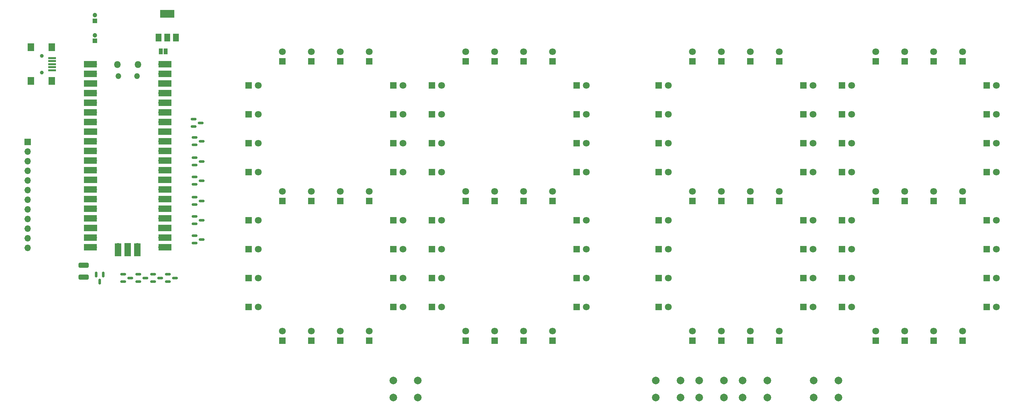
<source format=gbr>
%TF.GenerationSoftware,KiCad,Pcbnew,(6.0.9-0)*%
%TF.CreationDate,2023-10-19T19:17:49-04:00*%
%TF.ProjectId,clock,636c6f63-6b2e-46b6-9963-61645f706362,rev?*%
%TF.SameCoordinates,Original*%
%TF.FileFunction,Soldermask,Top*%
%TF.FilePolarity,Negative*%
%FSLAX46Y46*%
G04 Gerber Fmt 4.6, Leading zero omitted, Abs format (unit mm)*
G04 Created by KiCad (PCBNEW (6.0.9-0)) date 2023-10-19 19:17:49*
%MOMM*%
%LPD*%
G01*
G04 APERTURE LIST*
G04 Aperture macros list*
%AMRoundRect*
0 Rectangle with rounded corners*
0 $1 Rounding radius*
0 $2 $3 $4 $5 $6 $7 $8 $9 X,Y pos of 4 corners*
0 Add a 4 corners polygon primitive as box body*
4,1,4,$2,$3,$4,$5,$6,$7,$8,$9,$2,$3,0*
0 Add four circle primitives for the rounded corners*
1,1,$1+$1,$2,$3*
1,1,$1+$1,$4,$5*
1,1,$1+$1,$6,$7*
1,1,$1+$1,$8,$9*
0 Add four rect primitives between the rounded corners*
20,1,$1+$1,$2,$3,$4,$5,0*
20,1,$1+$1,$4,$5,$6,$7,0*
20,1,$1+$1,$6,$7,$8,$9,0*
20,1,$1+$1,$8,$9,$2,$3,0*%
G04 Aperture macros list end*
%ADD10C,2.000000*%
%ADD11R,1.800000X1.800000*%
%ADD12C,1.800000*%
%ADD13RoundRect,0.150000X-0.587500X-0.150000X0.587500X-0.150000X0.587500X0.150000X-0.587500X0.150000X0*%
%ADD14R,1.700000X1.700000*%
%ADD15O,1.700000X1.700000*%
%ADD16RoundRect,0.150000X-0.150000X0.587500X-0.150000X-0.587500X0.150000X-0.587500X0.150000X0.587500X0*%
%ADD17R,1.000000X1.500000*%
%ADD18RoundRect,0.250000X1.075000X-0.400000X1.075000X0.400000X-1.075000X0.400000X-1.075000X-0.400000X0*%
%ADD19C,1.200000*%
%ADD20R,1.200000X1.200000*%
%ADD21O,1.500000X1.500000*%
%ADD22O,1.800000X1.800000*%
%ADD23R,3.500000X1.700000*%
%ADD24R,1.700000X3.500000*%
%ADD25C,1.000000*%
%ADD26R,2.000000X0.500000*%
%ADD27R,1.700000X2.000000*%
%ADD28R,1.500000X2.000000*%
%ADD29R,3.800000X2.000000*%
G04 APERTURE END LIST*
D10*
%TO.C,SW1*%
X187198000Y-111324000D03*
X180698000Y-111324000D03*
X180698000Y-115824000D03*
X187198000Y-115824000D03*
%TD*%
%TO.C,SW5*%
X222250000Y-115824000D03*
X228750000Y-115824000D03*
X222250000Y-111324000D03*
X228750000Y-111324000D03*
%TD*%
D11*
%TO.C,D104*%
X121718000Y-33564000D03*
D12*
X124258000Y-33564000D03*
%TD*%
D11*
%TO.C,D72*%
X159818000Y-56424000D03*
D12*
X162358000Y-56424000D03*
%TD*%
D11*
%TO.C,D1*%
X190298000Y-27214000D03*
D12*
X190298000Y-24674000D03*
%TD*%
D11*
%TO.C,D91*%
X229668000Y-76744000D03*
D12*
X232208000Y-76744000D03*
%TD*%
D11*
%TO.C,D43*%
X181408000Y-41184000D03*
D12*
X183948000Y-41184000D03*
%TD*%
D11*
%TO.C,D36*%
X181408000Y-69124000D03*
D12*
X183948000Y-69124000D03*
%TD*%
D13*
%TO.C,Q11*%
X59260500Y-68138000D03*
X59260500Y-70038000D03*
X61135500Y-69088000D03*
%TD*%
D11*
%TO.C,D5*%
X219508000Y-33564000D03*
D12*
X222048000Y-33564000D03*
%TD*%
D11*
%TO.C,D48*%
X73458000Y-33564000D03*
D12*
X75998000Y-33564000D03*
%TD*%
D14*
%TO.C,J1*%
X15310000Y-48478000D03*
D15*
X15310000Y-51018000D03*
X15310000Y-53558000D03*
X15310000Y-56098000D03*
X15310000Y-58638000D03*
X15310000Y-61178000D03*
X15310000Y-63718000D03*
X15310000Y-66258000D03*
X15310000Y-68798000D03*
X15310000Y-71338000D03*
X15310000Y-73878000D03*
X15310000Y-76418000D03*
%TD*%
D11*
%TO.C,D22*%
X111558000Y-76744000D03*
D12*
X114098000Y-76744000D03*
%TD*%
D10*
%TO.C,SW4*%
X111558000Y-115824000D03*
X118058000Y-115824000D03*
X118058000Y-111324000D03*
X111558000Y-111324000D03*
%TD*%
D11*
%TO.C,D27*%
X197918000Y-100874000D03*
D12*
X197918000Y-98334000D03*
%TD*%
D11*
%TO.C,D53*%
X82348000Y-64044000D03*
D12*
X82348000Y-61504000D03*
%TD*%
D11*
%TO.C,D81*%
X261418000Y-100874000D03*
D12*
X261418000Y-98334000D03*
%TD*%
D11*
%TO.C,D52*%
X213158000Y-64044000D03*
D12*
X213158000Y-61504000D03*
%TD*%
D11*
%TO.C,D10*%
X89968000Y-27214000D03*
D12*
X89968000Y-24674000D03*
%TD*%
D11*
%TO.C,D21*%
X111558000Y-69124000D03*
D12*
X114098000Y-69124000D03*
%TD*%
D11*
%TO.C,D63*%
X145848000Y-27214000D03*
D12*
X145848000Y-24674000D03*
%TD*%
D11*
%TO.C,D59*%
X253798000Y-27214000D03*
D12*
X253798000Y-24674000D03*
%TD*%
D11*
%TO.C,D103*%
X121718000Y-41184000D03*
D12*
X124258000Y-41184000D03*
%TD*%
D11*
%TO.C,D51*%
X205538000Y-64044000D03*
D12*
X205538000Y-61504000D03*
%TD*%
D11*
%TO.C,D61*%
X130608000Y-27214000D03*
D12*
X130608000Y-24674000D03*
%TD*%
D11*
%TO.C,D45*%
X73458000Y-56424000D03*
D12*
X75998000Y-56424000D03*
%TD*%
D11*
%TO.C,D29*%
X105208000Y-100874000D03*
D12*
X105208000Y-98334000D03*
%TD*%
D11*
%TO.C,D90*%
X229668000Y-84364000D03*
D12*
X232208000Y-84364000D03*
%TD*%
D11*
%TO.C,D96*%
X121718000Y-69124000D03*
D12*
X124258000Y-69124000D03*
%TD*%
D11*
%TO.C,D40*%
X73458000Y-69124000D03*
D12*
X75998000Y-69124000D03*
%TD*%
D13*
%TO.C,Q4*%
X44450000Y-83378000D03*
X44450000Y-85278000D03*
X46325000Y-84328000D03*
%TD*%
D11*
%TO.C,D83*%
X246178000Y-100874000D03*
D12*
X246178000Y-98334000D03*
%TD*%
D11*
%TO.C,D19*%
X219508000Y-84364000D03*
D12*
X222048000Y-84364000D03*
%TD*%
D11*
%TO.C,D74*%
X267768000Y-76744000D03*
D12*
X270308000Y-76744000D03*
%TD*%
D11*
%TO.C,D26*%
X205538000Y-100874000D03*
D12*
X205538000Y-98334000D03*
%TD*%
D16*
%TO.C,Q1*%
X35240000Y-83390500D03*
X33340000Y-83390500D03*
X34290000Y-85265500D03*
%TD*%
D11*
%TO.C,D67*%
X267768000Y-48804000D03*
D12*
X270308000Y-48804000D03*
%TD*%
D13*
%TO.C,Q8*%
X59260500Y-52644000D03*
X59260500Y-54544000D03*
X61135500Y-53594000D03*
%TD*%
D11*
%TO.C,D70*%
X159818000Y-41184000D03*
D12*
X162358000Y-41184000D03*
%TD*%
D17*
%TO.C,JP1*%
X51632000Y-24602000D03*
X50332000Y-24602000D03*
%TD*%
D11*
%TO.C,D39*%
X73458000Y-76744000D03*
D12*
X75998000Y-76744000D03*
%TD*%
D13*
%TO.C,Q3*%
X48338500Y-83378000D03*
X48338500Y-85278000D03*
X50213500Y-84328000D03*
%TD*%
D11*
%TO.C,D56*%
X105208000Y-64044000D03*
D12*
X105208000Y-61504000D03*
%TD*%
D18*
%TO.C,R1*%
X30042000Y-84064000D03*
X30042000Y-80964000D03*
%TD*%
D11*
%TO.C,D68*%
X267768000Y-56424000D03*
D12*
X270308000Y-56424000D03*
%TD*%
D11*
%TO.C,D64*%
X153468000Y-27214000D03*
D12*
X153468000Y-24674000D03*
%TD*%
D11*
%TO.C,D109*%
X130608000Y-64044000D03*
D12*
X130608000Y-61504000D03*
%TD*%
D11*
%TO.C,D69*%
X159818000Y-33564000D03*
D12*
X162358000Y-33564000D03*
%TD*%
D11*
%TO.C,D73*%
X267768000Y-69124000D03*
D12*
X270308000Y-69124000D03*
%TD*%
D11*
%TO.C,D89*%
X229668000Y-91984000D03*
D12*
X232208000Y-91984000D03*
%TD*%
D19*
%TO.C,C2*%
X33020000Y-20320000D03*
D20*
X33020000Y-21820000D03*
%TD*%
D11*
%TO.C,D9*%
X82348000Y-27214000D03*
D12*
X82348000Y-24674000D03*
%TD*%
D10*
%TO.C,SW2*%
X198628000Y-115824000D03*
X192128000Y-115824000D03*
X192128000Y-111324000D03*
X198628000Y-111324000D03*
%TD*%
D11*
%TO.C,D4*%
X213158000Y-27214000D03*
D12*
X213158000Y-24674000D03*
%TD*%
D11*
%TO.C,D88*%
X130608000Y-100874000D03*
D12*
X130608000Y-98334000D03*
%TD*%
D11*
%TO.C,D28*%
X190298000Y-100874000D03*
D12*
X190298000Y-98334000D03*
%TD*%
D11*
%TO.C,D57*%
X238558000Y-27214000D03*
D12*
X238558000Y-24674000D03*
%TD*%
D21*
%TO.C,U1*%
X44081000Y-31100000D03*
D22*
X38931000Y-28070000D03*
D21*
X39231000Y-31100000D03*
D22*
X44381000Y-28070000D03*
D23*
X31866000Y-27940000D03*
D15*
X32766000Y-27940000D03*
D23*
X31866000Y-30480000D03*
D15*
X32766000Y-30480000D03*
D23*
X31866000Y-33020000D03*
D14*
X32766000Y-33020000D03*
D23*
X31866000Y-35560000D03*
D15*
X32766000Y-35560000D03*
D23*
X31866000Y-38100000D03*
D15*
X32766000Y-38100000D03*
X32766000Y-40640000D03*
D23*
X31866000Y-40640000D03*
D15*
X32766000Y-43180000D03*
D23*
X31866000Y-43180000D03*
X31866000Y-45720000D03*
D14*
X32766000Y-45720000D03*
D23*
X31866000Y-48260000D03*
D15*
X32766000Y-48260000D03*
D23*
X31866000Y-50800000D03*
D15*
X32766000Y-50800000D03*
X32766000Y-53340000D03*
D23*
X31866000Y-53340000D03*
X31866000Y-55880000D03*
D15*
X32766000Y-55880000D03*
D14*
X32766000Y-58420000D03*
D23*
X31866000Y-58420000D03*
D15*
X32766000Y-60960000D03*
D23*
X31866000Y-60960000D03*
X31866000Y-63500000D03*
D15*
X32766000Y-63500000D03*
D23*
X31866000Y-66040000D03*
D15*
X32766000Y-66040000D03*
D23*
X31866000Y-68580000D03*
D15*
X32766000Y-68580000D03*
D14*
X32766000Y-71120000D03*
D23*
X31866000Y-71120000D03*
D15*
X32766000Y-73660000D03*
D23*
X31866000Y-73660000D03*
D15*
X32766000Y-76200000D03*
D23*
X31866000Y-76200000D03*
D15*
X50546000Y-76200000D03*
D23*
X51446000Y-76200000D03*
D15*
X50546000Y-73660000D03*
D23*
X51446000Y-73660000D03*
X51446000Y-71120000D03*
D14*
X50546000Y-71120000D03*
D23*
X51446000Y-68580000D03*
D15*
X50546000Y-68580000D03*
X50546000Y-66040000D03*
D23*
X51446000Y-66040000D03*
D15*
X50546000Y-63500000D03*
D23*
X51446000Y-63500000D03*
X51446000Y-60960000D03*
D15*
X50546000Y-60960000D03*
D23*
X51446000Y-58420000D03*
D14*
X50546000Y-58420000D03*
D23*
X51446000Y-55880000D03*
D15*
X50546000Y-55880000D03*
X50546000Y-53340000D03*
D23*
X51446000Y-53340000D03*
D15*
X50546000Y-50800000D03*
D23*
X51446000Y-50800000D03*
D15*
X50546000Y-48260000D03*
D23*
X51446000Y-48260000D03*
X51446000Y-45720000D03*
D14*
X50546000Y-45720000D03*
D15*
X50546000Y-43180000D03*
D23*
X51446000Y-43180000D03*
D15*
X50546000Y-40640000D03*
D23*
X51446000Y-40640000D03*
D15*
X50546000Y-38100000D03*
D23*
X51446000Y-38100000D03*
X51446000Y-35560000D03*
D15*
X50546000Y-35560000D03*
D14*
X50546000Y-33020000D03*
D23*
X51446000Y-33020000D03*
X51446000Y-30480000D03*
D15*
X50546000Y-30480000D03*
D23*
X51446000Y-27940000D03*
D15*
X50546000Y-27940000D03*
D24*
X39116000Y-76870000D03*
D15*
X39116000Y-75970000D03*
D24*
X41656000Y-76870000D03*
D14*
X41656000Y-75970000D03*
D15*
X44196000Y-75970000D03*
D24*
X44196000Y-76870000D03*
%TD*%
D11*
%TO.C,D65*%
X267768000Y-33564000D03*
D12*
X270308000Y-33564000D03*
%TD*%
D11*
%TO.C,D24*%
X111558000Y-91984000D03*
D12*
X114098000Y-91984000D03*
%TD*%
D11*
%TO.C,D20*%
X219508000Y-91984000D03*
D12*
X222048000Y-91984000D03*
%TD*%
D11*
%TO.C,D37*%
X73458000Y-91984000D03*
D12*
X75998000Y-91984000D03*
%TD*%
D11*
%TO.C,D54*%
X89968000Y-64044000D03*
D12*
X89968000Y-61504000D03*
%TD*%
D11*
%TO.C,D80*%
X159818000Y-91984000D03*
D12*
X162358000Y-91984000D03*
%TD*%
D11*
%TO.C,D47*%
X73458000Y-41184000D03*
D12*
X75998000Y-41184000D03*
%TD*%
D11*
%TO.C,D34*%
X181408000Y-84364000D03*
D12*
X183948000Y-84364000D03*
%TD*%
D11*
%TO.C,D102*%
X121718000Y-48804000D03*
D12*
X124258000Y-48804000D03*
%TD*%
D11*
%TO.C,D35*%
X181408000Y-76744000D03*
D12*
X183948000Y-76744000D03*
%TD*%
D11*
%TO.C,D112*%
X153468000Y-64044000D03*
D12*
X153468000Y-61504000D03*
%TD*%
D11*
%TO.C,D71*%
X159818000Y-48804000D03*
D12*
X162358000Y-48804000D03*
%TD*%
D11*
%TO.C,D49*%
X190298000Y-64044000D03*
D12*
X190298000Y-61504000D03*
%TD*%
D11*
%TO.C,D17*%
X219508000Y-69124000D03*
D12*
X222048000Y-69124000D03*
%TD*%
D11*
%TO.C,D106*%
X246178000Y-64044000D03*
D12*
X246178000Y-61504000D03*
%TD*%
D13*
%TO.C,Q6*%
X59006500Y-42484000D03*
X59006500Y-44384000D03*
X60881500Y-43434000D03*
%TD*%
D11*
%TO.C,D32*%
X82348000Y-100874000D03*
D12*
X82348000Y-98334000D03*
%TD*%
D11*
%TO.C,D100*%
X229668000Y-33564000D03*
D12*
X232208000Y-33564000D03*
%TD*%
D25*
%TO.C,J2*%
X19050000Y-30140000D03*
X19050000Y-25740000D03*
D26*
X21750000Y-26340000D03*
X21750000Y-27140000D03*
X21750000Y-27940000D03*
X21750000Y-28740000D03*
X21750000Y-29540000D03*
D27*
X16200000Y-32390000D03*
X16200000Y-23490000D03*
X21650000Y-32390000D03*
X21650000Y-23490000D03*
%TD*%
D11*
%TO.C,D55*%
X97588000Y-64044000D03*
D12*
X97588000Y-61504000D03*
%TD*%
D11*
%TO.C,D44*%
X181408000Y-33564000D03*
D12*
X183948000Y-33564000D03*
%TD*%
D11*
%TO.C,D15*%
X111558000Y-48804000D03*
D12*
X114098000Y-48804000D03*
%TD*%
D11*
%TO.C,D99*%
X229668000Y-41184000D03*
D12*
X232208000Y-41184000D03*
%TD*%
D11*
%TO.C,D108*%
X261418000Y-64044000D03*
D12*
X261418000Y-61504000D03*
%TD*%
D11*
%TO.C,D66*%
X267768000Y-41184000D03*
D12*
X270308000Y-41184000D03*
%TD*%
D28*
%TO.C,U2*%
X49770000Y-20930000D03*
X52070000Y-20930000D03*
X54370000Y-20930000D03*
D29*
X52070000Y-14630000D03*
%TD*%
D11*
%TO.C,D58*%
X246178000Y-27214000D03*
D12*
X246178000Y-24674000D03*
%TD*%
D11*
%TO.C,D110*%
X138228000Y-64044000D03*
D12*
X138228000Y-61504000D03*
%TD*%
D11*
%TO.C,D23*%
X111558000Y-84364000D03*
D12*
X114098000Y-84364000D03*
%TD*%
D11*
%TO.C,D33*%
X181408000Y-91984000D03*
D12*
X183948000Y-91984000D03*
%TD*%
D11*
%TO.C,D92*%
X229668000Y-69124000D03*
D12*
X232208000Y-69124000D03*
%TD*%
D11*
%TO.C,D7*%
X219508000Y-48804000D03*
D12*
X222048000Y-48804000D03*
%TD*%
D11*
%TO.C,D82*%
X253798000Y-100874000D03*
D12*
X253798000Y-98334000D03*
%TD*%
D11*
%TO.C,D79*%
X159818000Y-84364000D03*
D12*
X162358000Y-84364000D03*
%TD*%
D11*
%TO.C,D30*%
X97588000Y-100874000D03*
D12*
X97588000Y-98334000D03*
%TD*%
D11*
%TO.C,D95*%
X121718000Y-76744000D03*
D12*
X124258000Y-76744000D03*
%TD*%
D11*
%TO.C,D16*%
X111558000Y-56424000D03*
D12*
X114098000Y-56424000D03*
%TD*%
D11*
%TO.C,D13*%
X111558000Y-33564000D03*
D12*
X114098000Y-33564000D03*
%TD*%
D11*
%TO.C,D60*%
X261418000Y-27214000D03*
D12*
X261418000Y-24674000D03*
%TD*%
D11*
%TO.C,D2*%
X197918000Y-27214000D03*
D12*
X197918000Y-24674000D03*
%TD*%
D11*
%TO.C,D11*%
X97588000Y-27214000D03*
D12*
X97588000Y-24674000D03*
%TD*%
D19*
%TO.C,C1*%
X33020000Y-15010000D03*
D20*
X33020000Y-16510000D03*
%TD*%
D11*
%TO.C,D101*%
X121718000Y-56424000D03*
D12*
X124258000Y-56424000D03*
%TD*%
D10*
%TO.C,SW3*%
X203558000Y-115824000D03*
X210058000Y-115824000D03*
X210058000Y-111324000D03*
X203558000Y-111324000D03*
%TD*%
D13*
%TO.C,Q7*%
X59260500Y-47310000D03*
X59260500Y-49210000D03*
X61135500Y-48260000D03*
%TD*%
D11*
%TO.C,D50*%
X197918000Y-64044000D03*
D12*
X197918000Y-61504000D03*
%TD*%
D11*
%TO.C,D86*%
X145848000Y-100874000D03*
D12*
X145848000Y-98334000D03*
%TD*%
D11*
%TO.C,D3*%
X205538000Y-27214000D03*
D12*
X205538000Y-24674000D03*
%TD*%
D11*
%TO.C,D76*%
X267768000Y-91984000D03*
D12*
X270308000Y-91984000D03*
%TD*%
D11*
%TO.C,D14*%
X111558000Y-41184000D03*
D12*
X114098000Y-41184000D03*
%TD*%
D13*
%TO.C,Q10*%
X59260500Y-63058000D03*
X59260500Y-64958000D03*
X61135500Y-64008000D03*
%TD*%
D11*
%TO.C,D78*%
X159818000Y-76744000D03*
D12*
X162358000Y-76744000D03*
%TD*%
D11*
%TO.C,D42*%
X181408000Y-48804000D03*
D12*
X183948000Y-48804000D03*
%TD*%
D11*
%TO.C,D97*%
X229668000Y-56424000D03*
D12*
X232208000Y-56424000D03*
%TD*%
D11*
%TO.C,D98*%
X229668000Y-48804000D03*
D12*
X232208000Y-48804000D03*
%TD*%
D11*
%TO.C,D94*%
X121718000Y-84364000D03*
D12*
X124258000Y-84364000D03*
%TD*%
D11*
%TO.C,D38*%
X73458000Y-84364000D03*
D12*
X75998000Y-84364000D03*
%TD*%
D11*
%TO.C,D85*%
X153468000Y-100874000D03*
D12*
X153468000Y-98334000D03*
%TD*%
D11*
%TO.C,D77*%
X159818000Y-69124000D03*
D12*
X162358000Y-69124000D03*
%TD*%
D11*
%TO.C,D8*%
X219508000Y-56424000D03*
D12*
X222048000Y-56424000D03*
%TD*%
D11*
%TO.C,D93*%
X121718000Y-91984000D03*
D12*
X124258000Y-91984000D03*
%TD*%
D11*
%TO.C,D41*%
X181408000Y-56424000D03*
D12*
X183948000Y-56424000D03*
%TD*%
D11*
%TO.C,D12*%
X105208000Y-27214000D03*
D12*
X105208000Y-24674000D03*
%TD*%
D11*
%TO.C,D25*%
X213158000Y-100874000D03*
D12*
X213158000Y-98334000D03*
%TD*%
D11*
%TO.C,D105*%
X238558000Y-64044000D03*
D12*
X238558000Y-61504000D03*
%TD*%
D11*
%TO.C,D31*%
X89968000Y-100874000D03*
D12*
X89968000Y-98334000D03*
%TD*%
D11*
%TO.C,D18*%
X219508000Y-76744000D03*
D12*
X222048000Y-76744000D03*
%TD*%
D11*
%TO.C,D107*%
X253798000Y-64044000D03*
D12*
X253798000Y-61504000D03*
%TD*%
D13*
%TO.C,Q12*%
X59260500Y-73218000D03*
X59260500Y-75118000D03*
X61135500Y-74168000D03*
%TD*%
D11*
%TO.C,D75*%
X267768000Y-84364000D03*
D12*
X270308000Y-84364000D03*
%TD*%
D11*
%TO.C,D87*%
X138228000Y-100874000D03*
D12*
X138228000Y-98334000D03*
%TD*%
D13*
%TO.C,Q5*%
X40464500Y-83378000D03*
X40464500Y-85278000D03*
X42339500Y-84328000D03*
%TD*%
D11*
%TO.C,D84*%
X238558000Y-100874000D03*
D12*
X238558000Y-98334000D03*
%TD*%
D13*
%TO.C,Q2*%
X52218500Y-83378000D03*
X52218500Y-85278000D03*
X54093500Y-84328000D03*
%TD*%
D11*
%TO.C,D46*%
X73458000Y-48804000D03*
D12*
X75998000Y-48804000D03*
%TD*%
D11*
%TO.C,D111*%
X145848000Y-64044000D03*
D12*
X145848000Y-61504000D03*
%TD*%
D11*
%TO.C,D6*%
X219508000Y-41184000D03*
D12*
X222048000Y-41184000D03*
%TD*%
D11*
%TO.C,D62*%
X138228000Y-27214000D03*
D12*
X138228000Y-24674000D03*
%TD*%
D13*
%TO.C,Q9*%
X59260500Y-57724000D03*
X59260500Y-59624000D03*
X61135500Y-58674000D03*
%TD*%
M02*

</source>
